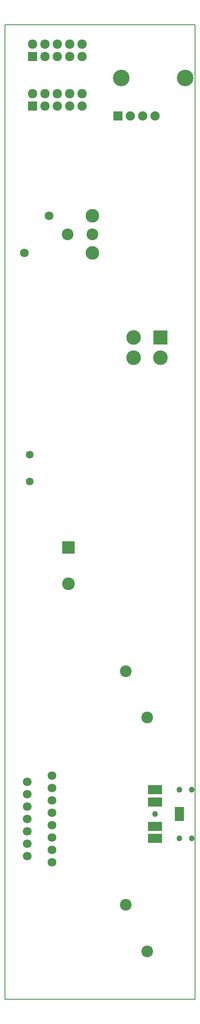
<source format=gbr>
G04 #@! TF.GenerationSoftware,KiCad,Pcbnew,(5.0.0-rc2-dev-311-g1dd4af297)*
G04 #@! TF.CreationDate,2018-05-17T15:00:25+02:00*
G04 #@! TF.ProjectId,resetUSB,72657365745553422E6B696361645F70,1.0*
G04 #@! TF.SameCoordinates,PX6ad8e7cPY2bcdfd4*
G04 #@! TF.FileFunction,Soldermask,Bot*
G04 #@! TF.FilePolarity,Negative*
%FSLAX46Y46*%
G04 Gerber Fmt 4.6, Leading zero omitted, Abs format (unit mm)*
G04 Created by KiCad (PCBNEW (5.0.0-rc2-dev-311-g1dd4af297)) date 05/17/18 15:00:25*
%MOMM*%
%LPD*%
G01*
G04 APERTURE LIST*
%ADD10C,0.150000*%
%ADD11C,2.400000*%
%ADD12R,3.000000X3.000000*%
%ADD13C,3.000000*%
%ADD14C,1.800000*%
%ADD15C,2.800000*%
%ADD16C,1.200000*%
%ADD17R,2.900000X1.900000*%
%ADD18R,1.900000X2.900000*%
%ADD19C,3.400000*%
%ADD20R,2.600000X2.600000*%
%ADD21C,2.600000*%
%ADD22C,1.600000*%
%ADD23R,1.927200X1.927200*%
%ADD24O,1.927200X1.927200*%
%ADD25O,1.900000X1.900000*%
%ADD26R,1.900000X1.900000*%
G04 APERTURE END LIST*
D10*
X39000000Y0D02*
X39000000Y-200000000D01*
X0Y0D02*
X0Y-200000000D01*
X39000000Y0D02*
X0Y0D01*
X39000000Y-200000000D02*
X0Y-200000000D01*
D11*
X29210000Y-142180000D03*
X24770000Y-132650000D03*
D12*
X31864000Y-64161000D03*
D13*
X31864000Y-68361000D03*
X26364000Y-64161000D03*
X26364000Y-68361000D03*
D14*
X3920000Y-46810000D03*
X9000000Y-39190000D03*
D11*
X12810000Y-43000000D03*
X17890000Y-43000000D03*
D15*
X17890000Y-46810000D03*
X17890000Y-39190000D03*
D16*
X38314000Y-167000000D03*
X38314000Y-157000000D03*
X35814000Y-167000000D03*
X35814000Y-157000000D03*
X30814000Y-162000000D03*
D17*
X30814000Y-167000000D03*
X30814000Y-157000000D03*
X30814000Y-164500000D03*
X30814000Y-159500000D03*
D18*
X35814000Y-162000000D03*
D19*
X37000000Y-10973000D03*
X23860000Y-10973000D03*
D20*
X13000000Y-107280000D03*
D21*
X13000000Y-114780000D03*
D11*
X24770000Y-180650000D03*
X29210000Y-190180000D03*
D22*
X5000000Y-93750000D03*
X5000000Y-88250000D03*
D23*
X5614000Y-6529000D03*
D24*
X5614000Y-3989000D03*
X8154000Y-6529000D03*
X8154000Y-3989000D03*
X10694000Y-6529000D03*
X10694000Y-3989000D03*
X13234000Y-6529000D03*
X13234000Y-3989000D03*
X15774000Y-6529000D03*
X15774000Y-3989000D03*
X15774000Y-14149000D03*
X15774000Y-16689000D03*
X13234000Y-14149000D03*
X13234000Y-16689000D03*
X10694000Y-14149000D03*
X10694000Y-16689000D03*
X8154000Y-14149000D03*
X8154000Y-16689000D03*
X5614000Y-14149000D03*
D23*
X5614000Y-16689000D03*
D25*
X30760000Y-18761000D03*
X28220000Y-18761000D03*
X25680000Y-18761000D03*
D26*
X23140000Y-18761000D03*
D14*
X4550000Y-163000000D03*
X4550000Y-165540000D03*
X4550000Y-168080000D03*
X4550000Y-170620000D03*
X4550000Y-160460000D03*
X4550000Y-157920000D03*
X4550000Y-155380000D03*
X9630000Y-171890000D03*
X9630000Y-169350000D03*
X9630000Y-166810000D03*
X9630000Y-164270000D03*
X9630000Y-161730000D03*
X9630000Y-159190000D03*
X9630000Y-156650000D03*
X9630000Y-154110000D03*
M02*

</source>
